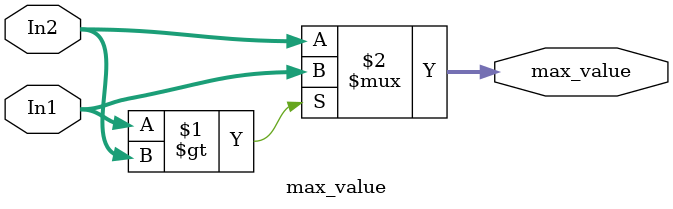
<source format=v>
/*
Muc dich: tim so lon nhat trong 2 so
*/
module max_value #(parameter data_width = 32)(
	input [data_width - 1:0] In1, In2,
	output[data_width - 1:0] max_value
);

	assign max_value = (In1 > In2) ? In1 : In2;
endmodule
</source>
